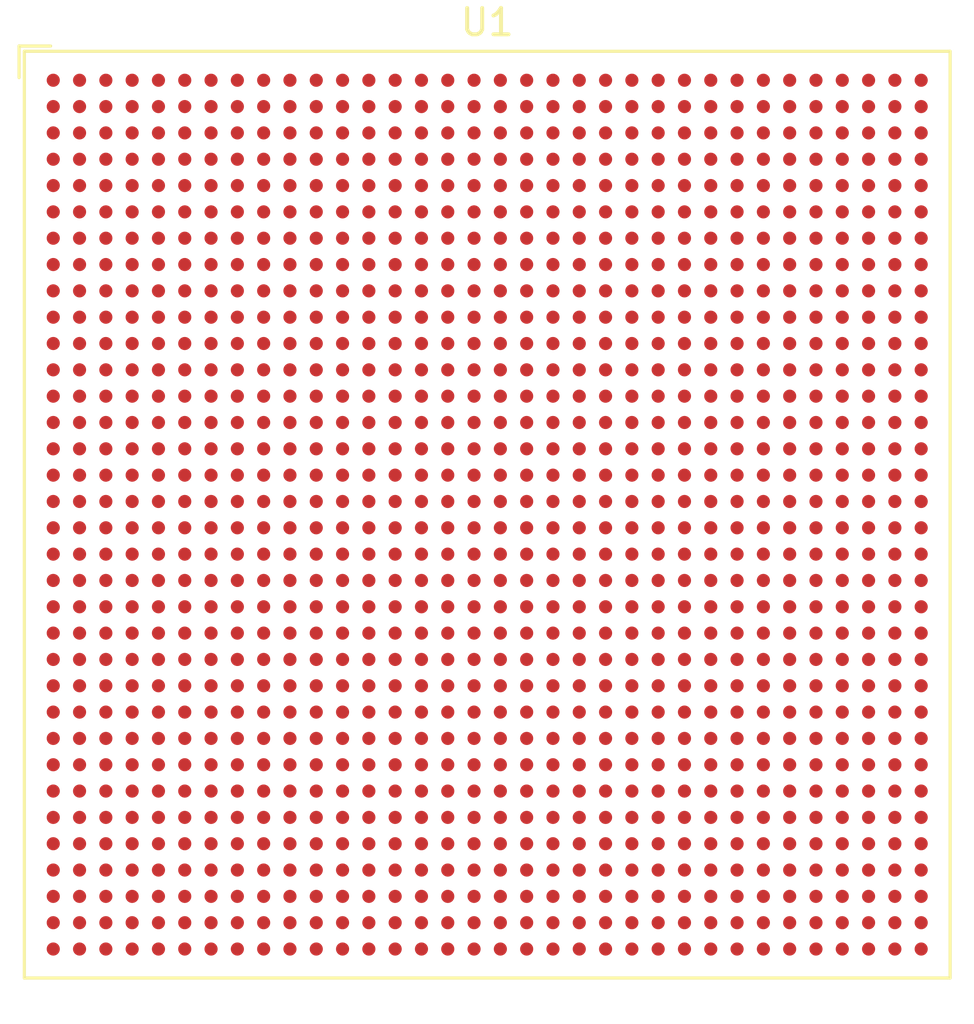
<source format=kicad_pcb>
(kicad_pcb (version 20221018) (generator pcbnew)
  (layers (0 "F.Cu" signal) (31 "B.Cu" signal) (34 "B.Paste" user) (35 "F.Paste" user) (36 "B.SilkS" user "B.Silkscreen") (37 "F.SilkS" user "F.Silkscreen") (38 "B.Mask" user) (39 "F.Mask" user) (44 "Edge.Cuts" user))
  (net 0 "")
  (net 1 "Net-(U1N-GND-PadA1)")
  (net 7 "Net-(U1N-VCCAUX-PadAA8)")
  (net 9 "Net-(U1N-VCCINT-PadAA10)")
  (net 10 "Net-(U1N-VCCBRAM-PadAA18)")
  (net 19 "Net-(U1N-VCCAUX_IO-PadAB19)")
  (net 27 "Net-(U1N-MGTAVTT_R-PadAC2)")
  (net 28 "Net-(U1N-MGTAVCC_R-PadAC6)")
  (net 176 "Net-(U1N-MGTAVTT_L-PadC32)")
  (net 187 "Net-(U1N-MGTAVCC_L-PadE31)")
  (net 219 "Net-(U1N-MGTVCCAUX_L-PadK29)")
  (net 234 "Net-(U1N-VCCINT_IO-PadM17)")
  (net 305 "Net-(U1N-VCCO_44-PadAE24)")
  (net 319 "Net-(U1N-MGTVCCAUX_R-PadAA6)")
  (footprint "Package_BGA:BGA-1156_35.0x35.0mm_Layout34x34_P1.0mm" (layer "F.Cu") (at 151.14 100.34)
    (fp_text reference "U1")
    (fp_text value "XCKU035FFVA1156")
  )
)
</source>
